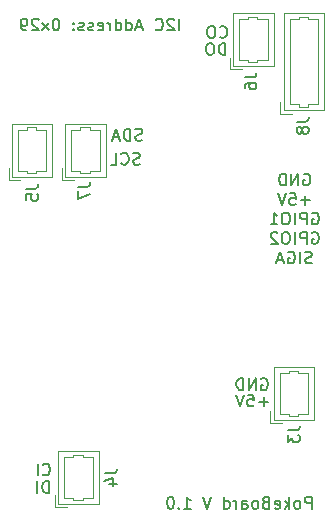
<source format=gbr>
%TF.GenerationSoftware,KiCad,Pcbnew,(5.1.9)-1*%
%TF.CreationDate,2021-05-21T15:12:25+01:00*%
%TF.ProjectId,NosepokeV1.0,4e6f7365-706f-46b6-9556-312e302e6b69,rev?*%
%TF.SameCoordinates,Original*%
%TF.FileFunction,Legend,Bot*%
%TF.FilePolarity,Positive*%
%FSLAX46Y46*%
G04 Gerber Fmt 4.6, Leading zero omitted, Abs format (unit mm)*
G04 Created by KiCad (PCBNEW (5.1.9)-1) date 2021-05-21 15:12:25*
%MOMM*%
%LPD*%
G01*
G04 APERTURE LIST*
%ADD10C,0.150000*%
%ADD11C,0.120000*%
%ADD12C,2.000000*%
%ADD13O,1.300000X0.800000*%
%ADD14C,1.550000*%
%ADD15C,3.200000*%
G04 APERTURE END LIST*
D10*
X14843876Y-2725680D02*
X14843876Y-1725680D01*
X14415304Y-1820919D02*
X14367685Y-1773300D01*
X14272447Y-1725680D01*
X14034352Y-1725680D01*
X13939114Y-1773300D01*
X13891495Y-1820919D01*
X13843876Y-1916157D01*
X13843876Y-2011395D01*
X13891495Y-2154252D01*
X14462923Y-2725680D01*
X13843876Y-2725680D01*
X12843876Y-2630442D02*
X12891495Y-2678061D01*
X13034352Y-2725680D01*
X13129590Y-2725680D01*
X13272447Y-2678061D01*
X13367685Y-2582823D01*
X13415304Y-2487585D01*
X13462923Y-2297109D01*
X13462923Y-2154252D01*
X13415304Y-1963776D01*
X13367685Y-1868538D01*
X13272447Y-1773300D01*
X13129590Y-1725680D01*
X13034352Y-1725680D01*
X12891495Y-1773300D01*
X12843876Y-1820919D01*
X11701019Y-2439966D02*
X11224828Y-2439966D01*
X11796257Y-2725680D02*
X11462923Y-1725680D01*
X11129590Y-2725680D01*
X10367685Y-2725680D02*
X10367685Y-1725680D01*
X10367685Y-2678061D02*
X10462923Y-2725680D01*
X10653400Y-2725680D01*
X10748638Y-2678061D01*
X10796257Y-2630442D01*
X10843876Y-2535204D01*
X10843876Y-2249490D01*
X10796257Y-2154252D01*
X10748638Y-2106633D01*
X10653400Y-2059014D01*
X10462923Y-2059014D01*
X10367685Y-2106633D01*
X9462923Y-2725680D02*
X9462923Y-1725680D01*
X9462923Y-2678061D02*
X9558161Y-2725680D01*
X9748638Y-2725680D01*
X9843876Y-2678061D01*
X9891495Y-2630442D01*
X9939114Y-2535204D01*
X9939114Y-2249490D01*
X9891495Y-2154252D01*
X9843876Y-2106633D01*
X9748638Y-2059014D01*
X9558161Y-2059014D01*
X9462923Y-2106633D01*
X8986733Y-2725680D02*
X8986733Y-2059014D01*
X8986733Y-2249490D02*
X8939114Y-2154252D01*
X8891495Y-2106633D01*
X8796257Y-2059014D01*
X8701019Y-2059014D01*
X7986733Y-2678061D02*
X8081971Y-2725680D01*
X8272447Y-2725680D01*
X8367685Y-2678061D01*
X8415304Y-2582823D01*
X8415304Y-2201871D01*
X8367685Y-2106633D01*
X8272447Y-2059014D01*
X8081971Y-2059014D01*
X7986733Y-2106633D01*
X7939114Y-2201871D01*
X7939114Y-2297109D01*
X8415304Y-2392347D01*
X7558161Y-2678061D02*
X7462923Y-2725680D01*
X7272447Y-2725680D01*
X7177209Y-2678061D01*
X7129590Y-2582823D01*
X7129590Y-2535204D01*
X7177209Y-2439966D01*
X7272447Y-2392347D01*
X7415304Y-2392347D01*
X7510542Y-2344728D01*
X7558161Y-2249490D01*
X7558161Y-2201871D01*
X7510542Y-2106633D01*
X7415304Y-2059014D01*
X7272447Y-2059014D01*
X7177209Y-2106633D01*
X6748638Y-2678061D02*
X6653400Y-2725680D01*
X6462923Y-2725680D01*
X6367685Y-2678061D01*
X6320066Y-2582823D01*
X6320066Y-2535204D01*
X6367685Y-2439966D01*
X6462923Y-2392347D01*
X6605780Y-2392347D01*
X6701019Y-2344728D01*
X6748638Y-2249490D01*
X6748638Y-2201871D01*
X6701019Y-2106633D01*
X6605780Y-2059014D01*
X6462923Y-2059014D01*
X6367685Y-2106633D01*
X5891495Y-2630442D02*
X5843876Y-2678061D01*
X5891495Y-2725680D01*
X5939114Y-2678061D01*
X5891495Y-2630442D01*
X5891495Y-2725680D01*
X5891495Y-2106633D02*
X5843876Y-2154252D01*
X5891495Y-2201871D01*
X5939114Y-2154252D01*
X5891495Y-2106633D01*
X5891495Y-2201871D01*
X4462923Y-1725680D02*
X4367685Y-1725680D01*
X4272447Y-1773300D01*
X4224828Y-1820919D01*
X4177209Y-1916157D01*
X4129590Y-2106633D01*
X4129590Y-2344728D01*
X4177209Y-2535204D01*
X4224828Y-2630442D01*
X4272447Y-2678061D01*
X4367685Y-2725680D01*
X4462923Y-2725680D01*
X4558161Y-2678061D01*
X4605780Y-2630442D01*
X4653400Y-2535204D01*
X4701019Y-2344728D01*
X4701019Y-2106633D01*
X4653400Y-1916157D01*
X4605780Y-1820919D01*
X4558161Y-1773300D01*
X4462923Y-1725680D01*
X3796257Y-2725680D02*
X3272447Y-2059014D01*
X3796257Y-2059014D02*
X3272447Y-2725680D01*
X2939114Y-1820919D02*
X2891495Y-1773300D01*
X2796257Y-1725680D01*
X2558161Y-1725680D01*
X2462923Y-1773300D01*
X2415304Y-1820919D01*
X2367685Y-1916157D01*
X2367685Y-2011395D01*
X2415304Y-2154252D01*
X2986733Y-2725680D01*
X2367685Y-2725680D01*
X1891495Y-2725680D02*
X1701019Y-2725680D01*
X1605780Y-2678061D01*
X1558161Y-2630442D01*
X1462923Y-2487585D01*
X1415304Y-2297109D01*
X1415304Y-1916157D01*
X1462923Y-1820919D01*
X1510542Y-1773300D01*
X1605780Y-1725680D01*
X1796257Y-1725680D01*
X1891495Y-1773300D01*
X1939114Y-1820919D01*
X1986733Y-1916157D01*
X1986733Y-2154252D01*
X1939114Y-2249490D01*
X1891495Y-2297109D01*
X1796257Y-2344728D01*
X1605780Y-2344728D01*
X1510542Y-2297109D01*
X1462923Y-2249490D01*
X1415304Y-2154252D01*
X26059638Y-43213280D02*
X26059638Y-42213280D01*
X25678685Y-42213280D01*
X25583447Y-42260900D01*
X25535828Y-42308519D01*
X25488209Y-42403757D01*
X25488209Y-42546614D01*
X25535828Y-42641852D01*
X25583447Y-42689471D01*
X25678685Y-42737090D01*
X26059638Y-42737090D01*
X24916780Y-43213280D02*
X25012019Y-43165661D01*
X25059638Y-43118042D01*
X25107257Y-43022804D01*
X25107257Y-42737090D01*
X25059638Y-42641852D01*
X25012019Y-42594233D01*
X24916780Y-42546614D01*
X24773923Y-42546614D01*
X24678685Y-42594233D01*
X24631066Y-42641852D01*
X24583447Y-42737090D01*
X24583447Y-43022804D01*
X24631066Y-43118042D01*
X24678685Y-43165661D01*
X24773923Y-43213280D01*
X24916780Y-43213280D01*
X24154876Y-43213280D02*
X24154876Y-42213280D01*
X24059638Y-42832328D02*
X23773923Y-43213280D01*
X23773923Y-42546614D02*
X24154876Y-42927566D01*
X22964400Y-43165661D02*
X23059638Y-43213280D01*
X23250114Y-43213280D01*
X23345352Y-43165661D01*
X23392971Y-43070423D01*
X23392971Y-42689471D01*
X23345352Y-42594233D01*
X23250114Y-42546614D01*
X23059638Y-42546614D01*
X22964400Y-42594233D01*
X22916780Y-42689471D01*
X22916780Y-42784709D01*
X23392971Y-42879947D01*
X22154876Y-42689471D02*
X22012019Y-42737090D01*
X21964400Y-42784709D01*
X21916780Y-42879947D01*
X21916780Y-43022804D01*
X21964400Y-43118042D01*
X22012019Y-43165661D01*
X22107257Y-43213280D01*
X22488209Y-43213280D01*
X22488209Y-42213280D01*
X22154876Y-42213280D01*
X22059638Y-42260900D01*
X22012019Y-42308519D01*
X21964400Y-42403757D01*
X21964400Y-42498995D01*
X22012019Y-42594233D01*
X22059638Y-42641852D01*
X22154876Y-42689471D01*
X22488209Y-42689471D01*
X21345352Y-43213280D02*
X21440590Y-43165661D01*
X21488209Y-43118042D01*
X21535828Y-43022804D01*
X21535828Y-42737090D01*
X21488209Y-42641852D01*
X21440590Y-42594233D01*
X21345352Y-42546614D01*
X21202495Y-42546614D01*
X21107257Y-42594233D01*
X21059638Y-42641852D01*
X21012019Y-42737090D01*
X21012019Y-43022804D01*
X21059638Y-43118042D01*
X21107257Y-43165661D01*
X21202495Y-43213280D01*
X21345352Y-43213280D01*
X20154876Y-43213280D02*
X20154876Y-42689471D01*
X20202495Y-42594233D01*
X20297733Y-42546614D01*
X20488209Y-42546614D01*
X20583447Y-42594233D01*
X20154876Y-43165661D02*
X20250114Y-43213280D01*
X20488209Y-43213280D01*
X20583447Y-43165661D01*
X20631066Y-43070423D01*
X20631066Y-42975185D01*
X20583447Y-42879947D01*
X20488209Y-42832328D01*
X20250114Y-42832328D01*
X20154876Y-42784709D01*
X19678685Y-43213280D02*
X19678685Y-42546614D01*
X19678685Y-42737090D02*
X19631066Y-42641852D01*
X19583447Y-42594233D01*
X19488209Y-42546614D01*
X19392971Y-42546614D01*
X18631066Y-43213280D02*
X18631066Y-42213280D01*
X18631066Y-43165661D02*
X18726304Y-43213280D01*
X18916780Y-43213280D01*
X19012019Y-43165661D01*
X19059638Y-43118042D01*
X19107257Y-43022804D01*
X19107257Y-42737090D01*
X19059638Y-42641852D01*
X19012019Y-42594233D01*
X18916780Y-42546614D01*
X18726304Y-42546614D01*
X18631066Y-42594233D01*
X17535828Y-42213280D02*
X17202495Y-43213280D01*
X16869161Y-42213280D01*
X15250114Y-43213280D02*
X15821542Y-43213280D01*
X15535828Y-43213280D02*
X15535828Y-42213280D01*
X15631066Y-42356138D01*
X15726304Y-42451376D01*
X15821542Y-42498995D01*
X14821542Y-43118042D02*
X14773923Y-43165661D01*
X14821542Y-43213280D01*
X14869161Y-43165661D01*
X14821542Y-43118042D01*
X14821542Y-43213280D01*
X14154876Y-42213280D02*
X14059638Y-42213280D01*
X13964400Y-42260900D01*
X13916780Y-42308519D01*
X13869161Y-42403757D01*
X13821542Y-42594233D01*
X13821542Y-42832328D01*
X13869161Y-43022804D01*
X13916780Y-43118042D01*
X13964400Y-43165661D01*
X14059638Y-43213280D01*
X14154876Y-43213280D01*
X14250114Y-43165661D01*
X14297733Y-43118042D01*
X14345352Y-43022804D01*
X14392971Y-42832328D01*
X14392971Y-42594233D01*
X14345352Y-42403757D01*
X14297733Y-42308519D01*
X14250114Y-42260900D01*
X14154876Y-42213280D01*
X25387204Y-14894400D02*
X25482442Y-14846780D01*
X25625300Y-14846780D01*
X25768157Y-14894400D01*
X25863395Y-14989638D01*
X25911014Y-15084876D01*
X25958633Y-15275352D01*
X25958633Y-15418209D01*
X25911014Y-15608685D01*
X25863395Y-15703923D01*
X25768157Y-15799161D01*
X25625300Y-15846780D01*
X25530061Y-15846780D01*
X25387204Y-15799161D01*
X25339585Y-15751542D01*
X25339585Y-15418209D01*
X25530061Y-15418209D01*
X24911014Y-15846780D02*
X24911014Y-14846780D01*
X24339585Y-15846780D01*
X24339585Y-14846780D01*
X23863395Y-15846780D02*
X23863395Y-14846780D01*
X23625300Y-14846780D01*
X23482442Y-14894400D01*
X23387204Y-14989638D01*
X23339585Y-15084876D01*
X23291966Y-15275352D01*
X23291966Y-15418209D01*
X23339585Y-15608685D01*
X23387204Y-15703923D01*
X23482442Y-15799161D01*
X23625300Y-15846780D01*
X23863395Y-15846780D01*
X25911014Y-17115828D02*
X25149109Y-17115828D01*
X25530061Y-17496780D02*
X25530061Y-16734876D01*
X24196728Y-16496780D02*
X24672919Y-16496780D01*
X24720538Y-16972971D01*
X24672919Y-16925352D01*
X24577680Y-16877733D01*
X24339585Y-16877733D01*
X24244347Y-16925352D01*
X24196728Y-16972971D01*
X24149109Y-17068209D01*
X24149109Y-17306304D01*
X24196728Y-17401542D01*
X24244347Y-17449161D01*
X24339585Y-17496780D01*
X24577680Y-17496780D01*
X24672919Y-17449161D01*
X24720538Y-17401542D01*
X23863395Y-16496780D02*
X23530061Y-17496780D01*
X23196728Y-16496780D01*
X26101490Y-18194400D02*
X26196728Y-18146780D01*
X26339585Y-18146780D01*
X26482442Y-18194400D01*
X26577680Y-18289638D01*
X26625300Y-18384876D01*
X26672919Y-18575352D01*
X26672919Y-18718209D01*
X26625300Y-18908685D01*
X26577680Y-19003923D01*
X26482442Y-19099161D01*
X26339585Y-19146780D01*
X26244347Y-19146780D01*
X26101490Y-19099161D01*
X26053871Y-19051542D01*
X26053871Y-18718209D01*
X26244347Y-18718209D01*
X25625300Y-19146780D02*
X25625300Y-18146780D01*
X25244347Y-18146780D01*
X25149109Y-18194400D01*
X25101490Y-18242019D01*
X25053871Y-18337257D01*
X25053871Y-18480114D01*
X25101490Y-18575352D01*
X25149109Y-18622971D01*
X25244347Y-18670590D01*
X25625300Y-18670590D01*
X24625300Y-19146780D02*
X24625300Y-18146780D01*
X23958633Y-18146780D02*
X23768157Y-18146780D01*
X23672919Y-18194400D01*
X23577680Y-18289638D01*
X23530061Y-18480114D01*
X23530061Y-18813447D01*
X23577680Y-19003923D01*
X23672919Y-19099161D01*
X23768157Y-19146780D01*
X23958633Y-19146780D01*
X24053871Y-19099161D01*
X24149109Y-19003923D01*
X24196728Y-18813447D01*
X24196728Y-18480114D01*
X24149109Y-18289638D01*
X24053871Y-18194400D01*
X23958633Y-18146780D01*
X22577680Y-19146780D02*
X23149109Y-19146780D01*
X22863395Y-19146780D02*
X22863395Y-18146780D01*
X22958633Y-18289638D01*
X23053871Y-18384876D01*
X23149109Y-18432495D01*
X26101490Y-19844400D02*
X26196728Y-19796780D01*
X26339585Y-19796780D01*
X26482442Y-19844400D01*
X26577680Y-19939638D01*
X26625300Y-20034876D01*
X26672919Y-20225352D01*
X26672919Y-20368209D01*
X26625300Y-20558685D01*
X26577680Y-20653923D01*
X26482442Y-20749161D01*
X26339585Y-20796780D01*
X26244347Y-20796780D01*
X26101490Y-20749161D01*
X26053871Y-20701542D01*
X26053871Y-20368209D01*
X26244347Y-20368209D01*
X25625300Y-20796780D02*
X25625300Y-19796780D01*
X25244347Y-19796780D01*
X25149109Y-19844400D01*
X25101490Y-19892019D01*
X25053871Y-19987257D01*
X25053871Y-20130114D01*
X25101490Y-20225352D01*
X25149109Y-20272971D01*
X25244347Y-20320590D01*
X25625300Y-20320590D01*
X24625300Y-20796780D02*
X24625300Y-19796780D01*
X23958633Y-19796780D02*
X23768157Y-19796780D01*
X23672919Y-19844400D01*
X23577680Y-19939638D01*
X23530061Y-20130114D01*
X23530061Y-20463447D01*
X23577680Y-20653923D01*
X23672919Y-20749161D01*
X23768157Y-20796780D01*
X23958633Y-20796780D01*
X24053871Y-20749161D01*
X24149109Y-20653923D01*
X24196728Y-20463447D01*
X24196728Y-20130114D01*
X24149109Y-19939638D01*
X24053871Y-19844400D01*
X23958633Y-19796780D01*
X23149109Y-19892019D02*
X23101490Y-19844400D01*
X23006252Y-19796780D01*
X22768157Y-19796780D01*
X22672919Y-19844400D01*
X22625300Y-19892019D01*
X22577680Y-19987257D01*
X22577680Y-20082495D01*
X22625300Y-20225352D01*
X23196728Y-20796780D01*
X22577680Y-20796780D01*
X26077680Y-22399161D02*
X25934823Y-22446780D01*
X25696728Y-22446780D01*
X25601490Y-22399161D01*
X25553871Y-22351542D01*
X25506252Y-22256304D01*
X25506252Y-22161066D01*
X25553871Y-22065828D01*
X25601490Y-22018209D01*
X25696728Y-21970590D01*
X25887204Y-21922971D01*
X25982442Y-21875352D01*
X26030061Y-21827733D01*
X26077680Y-21732495D01*
X26077680Y-21637257D01*
X26030061Y-21542019D01*
X25982442Y-21494400D01*
X25887204Y-21446780D01*
X25649109Y-21446780D01*
X25506252Y-21494400D01*
X25077680Y-22446780D02*
X25077680Y-21446780D01*
X24077680Y-21494400D02*
X24172919Y-21446780D01*
X24315776Y-21446780D01*
X24458633Y-21494400D01*
X24553871Y-21589638D01*
X24601490Y-21684876D01*
X24649109Y-21875352D01*
X24649109Y-22018209D01*
X24601490Y-22208685D01*
X24553871Y-22303923D01*
X24458633Y-22399161D01*
X24315776Y-22446780D01*
X24220538Y-22446780D01*
X24077680Y-22399161D01*
X24030061Y-22351542D01*
X24030061Y-22018209D01*
X24220538Y-22018209D01*
X23649109Y-22161066D02*
X23172919Y-22161066D01*
X23744347Y-22446780D02*
X23411014Y-21446780D01*
X23077680Y-22446780D01*
X18286385Y-3252742D02*
X18334004Y-3300361D01*
X18476861Y-3347980D01*
X18572100Y-3347980D01*
X18714957Y-3300361D01*
X18810195Y-3205123D01*
X18857814Y-3109885D01*
X18905433Y-2919409D01*
X18905433Y-2776552D01*
X18857814Y-2586076D01*
X18810195Y-2490838D01*
X18714957Y-2395600D01*
X18572100Y-2347980D01*
X18476861Y-2347980D01*
X18334004Y-2395600D01*
X18286385Y-2443219D01*
X17667338Y-2347980D02*
X17476861Y-2347980D01*
X17381623Y-2395600D01*
X17286385Y-2490838D01*
X17238766Y-2681314D01*
X17238766Y-3014647D01*
X17286385Y-3205123D01*
X17381623Y-3300361D01*
X17476861Y-3347980D01*
X17667338Y-3347980D01*
X17762576Y-3300361D01*
X17857814Y-3205123D01*
X17905433Y-3014647D01*
X17905433Y-2681314D01*
X17857814Y-2490838D01*
X17762576Y-2395600D01*
X17667338Y-2347980D01*
X18756214Y-4783080D02*
X18756214Y-3783080D01*
X18518119Y-3783080D01*
X18375261Y-3830700D01*
X18280023Y-3925938D01*
X18232404Y-4021176D01*
X18184785Y-4211652D01*
X18184785Y-4354509D01*
X18232404Y-4544985D01*
X18280023Y-4640223D01*
X18375261Y-4735461D01*
X18518119Y-4783080D01*
X18756214Y-4783080D01*
X17565738Y-3783080D02*
X17375261Y-3783080D01*
X17280023Y-3830700D01*
X17184785Y-3925938D01*
X17137166Y-4116414D01*
X17137166Y-4449747D01*
X17184785Y-4640223D01*
X17280023Y-4735461D01*
X17375261Y-4783080D01*
X17565738Y-4783080D01*
X17660976Y-4735461D01*
X17756214Y-4640223D01*
X17803833Y-4449747D01*
X17803833Y-4116414D01*
X17756214Y-3925938D01*
X17660976Y-3830700D01*
X17565738Y-3783080D01*
X11704485Y-11999861D02*
X11561628Y-12047480D01*
X11323533Y-12047480D01*
X11228295Y-11999861D01*
X11180676Y-11952242D01*
X11133057Y-11857004D01*
X11133057Y-11761766D01*
X11180676Y-11666528D01*
X11228295Y-11618909D01*
X11323533Y-11571290D01*
X11514009Y-11523671D01*
X11609247Y-11476052D01*
X11656866Y-11428433D01*
X11704485Y-11333195D01*
X11704485Y-11237957D01*
X11656866Y-11142719D01*
X11609247Y-11095100D01*
X11514009Y-11047480D01*
X11275914Y-11047480D01*
X11133057Y-11095100D01*
X10704485Y-12047480D02*
X10704485Y-11047480D01*
X10466390Y-11047480D01*
X10323533Y-11095100D01*
X10228295Y-11190338D01*
X10180676Y-11285576D01*
X10133057Y-11476052D01*
X10133057Y-11618909D01*
X10180676Y-11809385D01*
X10228295Y-11904623D01*
X10323533Y-11999861D01*
X10466390Y-12047480D01*
X10704485Y-12047480D01*
X9752104Y-11761766D02*
X9275914Y-11761766D01*
X9847342Y-12047480D02*
X9514009Y-11047480D01*
X9180676Y-12047480D01*
X11515576Y-14031861D02*
X11372719Y-14079480D01*
X11134623Y-14079480D01*
X11039385Y-14031861D01*
X10991766Y-13984242D01*
X10944147Y-13889004D01*
X10944147Y-13793766D01*
X10991766Y-13698528D01*
X11039385Y-13650909D01*
X11134623Y-13603290D01*
X11325100Y-13555671D01*
X11420338Y-13508052D01*
X11467957Y-13460433D01*
X11515576Y-13365195D01*
X11515576Y-13269957D01*
X11467957Y-13174719D01*
X11420338Y-13127100D01*
X11325100Y-13079480D01*
X11087004Y-13079480D01*
X10944147Y-13127100D01*
X9944147Y-13984242D02*
X9991766Y-14031861D01*
X10134623Y-14079480D01*
X10229861Y-14079480D01*
X10372719Y-14031861D01*
X10467957Y-13936623D01*
X10515576Y-13841385D01*
X10563195Y-13650909D01*
X10563195Y-13508052D01*
X10515576Y-13317576D01*
X10467957Y-13222338D01*
X10372719Y-13127100D01*
X10229861Y-13079480D01*
X10134623Y-13079480D01*
X9991766Y-13127100D01*
X9944147Y-13174719D01*
X9039385Y-14079480D02*
X9515576Y-14079480D01*
X9515576Y-13079480D01*
X22367714Y-34170928D02*
X21605809Y-34170928D01*
X21986761Y-34551880D02*
X21986761Y-33789976D01*
X20653428Y-33551880D02*
X21129619Y-33551880D01*
X21177238Y-34028071D01*
X21129619Y-33980452D01*
X21034380Y-33932833D01*
X20796285Y-33932833D01*
X20701047Y-33980452D01*
X20653428Y-34028071D01*
X20605809Y-34123309D01*
X20605809Y-34361404D01*
X20653428Y-34456642D01*
X20701047Y-34504261D01*
X20796285Y-34551880D01*
X21034380Y-34551880D01*
X21129619Y-34504261D01*
X21177238Y-34456642D01*
X20320095Y-33551880D02*
X19986761Y-34551880D01*
X19653428Y-33551880D01*
X21793104Y-32227900D02*
X21888342Y-32180280D01*
X22031200Y-32180280D01*
X22174057Y-32227900D01*
X22269295Y-32323138D01*
X22316914Y-32418376D01*
X22364533Y-32608852D01*
X22364533Y-32751709D01*
X22316914Y-32942185D01*
X22269295Y-33037423D01*
X22174057Y-33132661D01*
X22031200Y-33180280D01*
X21935961Y-33180280D01*
X21793104Y-33132661D01*
X21745485Y-33085042D01*
X21745485Y-32751709D01*
X21935961Y-32751709D01*
X21316914Y-33180280D02*
X21316914Y-32180280D01*
X20745485Y-33180280D01*
X20745485Y-32180280D01*
X20269295Y-33180280D02*
X20269295Y-32180280D01*
X20031200Y-32180280D01*
X19888342Y-32227900D01*
X19793104Y-32323138D01*
X19745485Y-32418376D01*
X19697866Y-32608852D01*
X19697866Y-32751709D01*
X19745485Y-32942185D01*
X19793104Y-33037423D01*
X19888342Y-33132661D01*
X20031200Y-33180280D01*
X20269295Y-33180280D01*
X3802000Y-41867080D02*
X3802000Y-40867080D01*
X3563904Y-40867080D01*
X3421047Y-40914700D01*
X3325809Y-41009938D01*
X3278190Y-41105176D01*
X3230571Y-41295652D01*
X3230571Y-41438509D01*
X3278190Y-41628985D01*
X3325809Y-41724223D01*
X3421047Y-41819461D01*
X3563904Y-41867080D01*
X3802000Y-41867080D01*
X2802000Y-41867080D02*
X2802000Y-40867080D01*
X3281371Y-40298642D02*
X3328990Y-40346261D01*
X3471847Y-40393880D01*
X3567085Y-40393880D01*
X3709942Y-40346261D01*
X3805180Y-40251023D01*
X3852800Y-40155785D01*
X3900419Y-39965309D01*
X3900419Y-39822452D01*
X3852800Y-39631976D01*
X3805180Y-39536738D01*
X3709942Y-39441500D01*
X3567085Y-39393880D01*
X3471847Y-39393880D01*
X3328990Y-39441500D01*
X3281371Y-39489119D01*
X2852800Y-40393880D02*
X2852800Y-39393880D01*
D11*
%TO.C,J8*%
X23405500Y-9774000D02*
X23405500Y-8774000D01*
X23405500Y-9774000D02*
X24405500Y-9774000D01*
X26605500Y-1774000D02*
X26605500Y-5374000D01*
X25755500Y-1774000D02*
X26605500Y-1774000D01*
X25755500Y-1574000D02*
X25755500Y-1774000D01*
X24955500Y-1574000D02*
X25755500Y-1574000D01*
X24955500Y-1774000D02*
X24955500Y-1574000D01*
X24205500Y-1774000D02*
X24955500Y-1774000D01*
X24205500Y-5374000D02*
X24205500Y-1774000D01*
X26605500Y-8974000D02*
X26605500Y-5374000D01*
X25755500Y-8974000D02*
X26605500Y-8974000D01*
X25755500Y-9174000D02*
X25755500Y-8974000D01*
X24955500Y-9174000D02*
X25755500Y-9174000D01*
X24955500Y-8974000D02*
X24955500Y-9174000D01*
X24205500Y-8974000D02*
X24955500Y-8974000D01*
X24205500Y-5374000D02*
X24205500Y-8974000D01*
X27115500Y-1264000D02*
X27115500Y-9484000D01*
X23695500Y-1264000D02*
X27115500Y-1264000D01*
X23695500Y-9484000D02*
X23695500Y-1264000D01*
X27115500Y-9484000D02*
X23695500Y-9484000D01*
%TO.C,J7*%
X8637000Y-15097720D02*
X5217000Y-15097720D01*
X5217000Y-15097720D02*
X5217000Y-10627720D01*
X5217000Y-10627720D02*
X8637000Y-10627720D01*
X8637000Y-10627720D02*
X8637000Y-15097720D01*
X5727000Y-12862720D02*
X5727000Y-14587720D01*
X5727000Y-14587720D02*
X6477000Y-14587720D01*
X6477000Y-14587720D02*
X6477000Y-14787720D01*
X6477000Y-14787720D02*
X7277000Y-14787720D01*
X7277000Y-14787720D02*
X7277000Y-14587720D01*
X7277000Y-14587720D02*
X8127000Y-14587720D01*
X8127000Y-14587720D02*
X8127000Y-12862720D01*
X5727000Y-12862720D02*
X5727000Y-11137720D01*
X5727000Y-11137720D02*
X6477000Y-11137720D01*
X6477000Y-11137720D02*
X6477000Y-10937720D01*
X6477000Y-10937720D02*
X7277000Y-10937720D01*
X7277000Y-10937720D02*
X7277000Y-11137720D01*
X7277000Y-11137720D02*
X8127000Y-11137720D01*
X8127000Y-11137720D02*
X8127000Y-12862720D01*
X4927000Y-15387720D02*
X5927000Y-15387720D01*
X4927000Y-15387720D02*
X4927000Y-14387720D01*
%TO.C,J6*%
X19125600Y-6027500D02*
X19125600Y-5027500D01*
X19125600Y-6027500D02*
X20125600Y-6027500D01*
X22325600Y-1777500D02*
X22325600Y-3502500D01*
X21475600Y-1777500D02*
X22325600Y-1777500D01*
X21475600Y-1577500D02*
X21475600Y-1777500D01*
X20675600Y-1577500D02*
X21475600Y-1577500D01*
X20675600Y-1777500D02*
X20675600Y-1577500D01*
X19925600Y-1777500D02*
X20675600Y-1777500D01*
X19925600Y-3502500D02*
X19925600Y-1777500D01*
X22325600Y-5227500D02*
X22325600Y-3502500D01*
X21475600Y-5227500D02*
X22325600Y-5227500D01*
X21475600Y-5427500D02*
X21475600Y-5227500D01*
X20675600Y-5427500D02*
X21475600Y-5427500D01*
X20675600Y-5227500D02*
X20675600Y-5427500D01*
X19925600Y-5227500D02*
X20675600Y-5227500D01*
X19925600Y-3502500D02*
X19925600Y-5227500D01*
X22835600Y-1267500D02*
X22835600Y-5737500D01*
X19415600Y-1267500D02*
X22835600Y-1267500D01*
X19415600Y-5737500D02*
X19415600Y-1267500D01*
X22835600Y-5737500D02*
X19415600Y-5737500D01*
%TO.C,J5*%
X4115800Y-15097720D02*
X695800Y-15097720D01*
X695800Y-15097720D02*
X695800Y-10627720D01*
X695800Y-10627720D02*
X4115800Y-10627720D01*
X4115800Y-10627720D02*
X4115800Y-15097720D01*
X1205800Y-12862720D02*
X1205800Y-14587720D01*
X1205800Y-14587720D02*
X1955800Y-14587720D01*
X1955800Y-14587720D02*
X1955800Y-14787720D01*
X1955800Y-14787720D02*
X2755800Y-14787720D01*
X2755800Y-14787720D02*
X2755800Y-14587720D01*
X2755800Y-14587720D02*
X3605800Y-14587720D01*
X3605800Y-14587720D02*
X3605800Y-12862720D01*
X1205800Y-12862720D02*
X1205800Y-11137720D01*
X1205800Y-11137720D02*
X1955800Y-11137720D01*
X1955800Y-11137720D02*
X1955800Y-10937720D01*
X1955800Y-10937720D02*
X2755800Y-10937720D01*
X2755800Y-10937720D02*
X2755800Y-11137720D01*
X2755800Y-11137720D02*
X3605800Y-11137720D01*
X3605800Y-11137720D02*
X3605800Y-12862720D01*
X405800Y-15387720D02*
X1405800Y-15387720D01*
X405800Y-15387720D02*
X405800Y-14387720D01*
%TO.C,J4*%
X4319940Y-43091500D02*
X4319940Y-42091500D01*
X4319940Y-43091500D02*
X5319940Y-43091500D01*
X7519940Y-38841500D02*
X7519940Y-40566500D01*
X6669940Y-38841500D02*
X7519940Y-38841500D01*
X6669940Y-38641500D02*
X6669940Y-38841500D01*
X5869940Y-38641500D02*
X6669940Y-38641500D01*
X5869940Y-38841500D02*
X5869940Y-38641500D01*
X5119940Y-38841500D02*
X5869940Y-38841500D01*
X5119940Y-40566500D02*
X5119940Y-38841500D01*
X7519940Y-42291500D02*
X7519940Y-40566500D01*
X6669940Y-42291500D02*
X7519940Y-42291500D01*
X6669940Y-42491500D02*
X6669940Y-42291500D01*
X5869940Y-42491500D02*
X6669940Y-42491500D01*
X5869940Y-42291500D02*
X5869940Y-42491500D01*
X5119940Y-42291500D02*
X5869940Y-42291500D01*
X5119940Y-40566500D02*
X5119940Y-42291500D01*
X8029940Y-38331500D02*
X8029940Y-42801500D01*
X4609940Y-38331500D02*
X8029940Y-38331500D01*
X4609940Y-42801500D02*
X4609940Y-38331500D01*
X8029940Y-42801500D02*
X4609940Y-42801500D01*
%TO.C,J3*%
X22569840Y-35974100D02*
X22569840Y-34974100D01*
X22569840Y-35974100D02*
X23569840Y-35974100D01*
X25769840Y-31724100D02*
X25769840Y-33449100D01*
X24919840Y-31724100D02*
X25769840Y-31724100D01*
X24919840Y-31524100D02*
X24919840Y-31724100D01*
X24119840Y-31524100D02*
X24919840Y-31524100D01*
X24119840Y-31724100D02*
X24119840Y-31524100D01*
X23369840Y-31724100D02*
X24119840Y-31724100D01*
X23369840Y-33449100D02*
X23369840Y-31724100D01*
X25769840Y-35174100D02*
X25769840Y-33449100D01*
X24919840Y-35174100D02*
X25769840Y-35174100D01*
X24919840Y-35374100D02*
X24919840Y-35174100D01*
X24119840Y-35374100D02*
X24919840Y-35374100D01*
X24119840Y-35174100D02*
X24119840Y-35374100D01*
X23369840Y-35174100D02*
X24119840Y-35174100D01*
X23369840Y-33449100D02*
X23369840Y-35174100D01*
X26279840Y-31214100D02*
X26279840Y-35684100D01*
X22859840Y-31214100D02*
X26279840Y-31214100D01*
X22859840Y-35684100D02*
X22859840Y-31214100D01*
X26279840Y-35684100D02*
X22859840Y-35684100D01*
%TO.C,J8*%
D10*
X24814280Y-10448966D02*
X25528566Y-10448966D01*
X25671423Y-10401347D01*
X25766661Y-10306109D01*
X25814280Y-10163252D01*
X25814280Y-10068014D01*
X25242852Y-11068014D02*
X25195233Y-10972776D01*
X25147614Y-10925157D01*
X25052376Y-10877538D01*
X25004757Y-10877538D01*
X24909519Y-10925157D01*
X24861900Y-10972776D01*
X24814280Y-11068014D01*
X24814280Y-11258490D01*
X24861900Y-11353728D01*
X24909519Y-11401347D01*
X25004757Y-11448966D01*
X25052376Y-11448966D01*
X25147614Y-11401347D01*
X25195233Y-11353728D01*
X25242852Y-11258490D01*
X25242852Y-11068014D01*
X25290471Y-10972776D01*
X25338090Y-10925157D01*
X25433328Y-10877538D01*
X25623804Y-10877538D01*
X25719042Y-10925157D01*
X25766661Y-10972776D01*
X25814280Y-11068014D01*
X25814280Y-11258490D01*
X25766661Y-11353728D01*
X25719042Y-11401347D01*
X25623804Y-11448966D01*
X25433328Y-11448966D01*
X25338090Y-11401347D01*
X25290471Y-11353728D01*
X25242852Y-11258490D01*
%TO.C,J7*%
X6310380Y-15948066D02*
X7024666Y-15948066D01*
X7167523Y-15900447D01*
X7262761Y-15805209D01*
X7310380Y-15662352D01*
X7310380Y-15567114D01*
X6310380Y-16329019D02*
X6310380Y-16995685D01*
X7310380Y-16567114D01*
%TO.C,J6*%
X20381980Y-6702466D02*
X21096266Y-6702466D01*
X21239123Y-6654847D01*
X21334361Y-6559609D01*
X21381980Y-6416752D01*
X21381980Y-6321514D01*
X20381980Y-7607228D02*
X20381980Y-7416752D01*
X20429600Y-7321514D01*
X20477219Y-7273895D01*
X20620076Y-7178657D01*
X20810552Y-7131038D01*
X21191504Y-7131038D01*
X21286742Y-7178657D01*
X21334361Y-7226276D01*
X21381980Y-7321514D01*
X21381980Y-7511990D01*
X21334361Y-7607228D01*
X21286742Y-7654847D01*
X21191504Y-7702466D01*
X20953409Y-7702466D01*
X20858171Y-7654847D01*
X20810552Y-7607228D01*
X20762933Y-7511990D01*
X20762933Y-7321514D01*
X20810552Y-7226276D01*
X20858171Y-7178657D01*
X20953409Y-7131038D01*
%TO.C,J5*%
X1903480Y-16125866D02*
X2617766Y-16125866D01*
X2760623Y-16078247D01*
X2855861Y-15983009D01*
X2903480Y-15840152D01*
X2903480Y-15744914D01*
X1903480Y-17078247D02*
X1903480Y-16602057D01*
X2379671Y-16554438D01*
X2332052Y-16602057D01*
X2284433Y-16697295D01*
X2284433Y-16935390D01*
X2332052Y-17030628D01*
X2379671Y-17078247D01*
X2474909Y-17125866D01*
X2713004Y-17125866D01*
X2808242Y-17078247D01*
X2855861Y-17030628D01*
X2903480Y-16935390D01*
X2903480Y-16697295D01*
X2855861Y-16602057D01*
X2808242Y-16554438D01*
%TO.C,J4*%
X8545580Y-40217766D02*
X9259866Y-40217766D01*
X9402723Y-40170147D01*
X9497961Y-40074909D01*
X9545580Y-39932052D01*
X9545580Y-39836814D01*
X8878914Y-41122528D02*
X9545580Y-41122528D01*
X8497961Y-40884433D02*
X9212247Y-40646338D01*
X9212247Y-41265385D01*
%TO.C,J3*%
X24039580Y-36585566D02*
X24753866Y-36585566D01*
X24896723Y-36537947D01*
X24991961Y-36442709D01*
X25039580Y-36299852D01*
X25039580Y-36204614D01*
X24039580Y-36966519D02*
X24039580Y-37585566D01*
X24420533Y-37252233D01*
X24420533Y-37395090D01*
X24468152Y-37490328D01*
X24515771Y-37537947D01*
X24611009Y-37585566D01*
X24849104Y-37585566D01*
X24944342Y-37537947D01*
X24991961Y-37490328D01*
X25039580Y-37395090D01*
X25039580Y-37109376D01*
X24991961Y-37014138D01*
X24944342Y-36966519D01*
%TD*%
%LPC*%
D12*
%TO.C,REF\u002A\u002A*%
X14000000Y-27500000D03*
%TD*%
%TO.C,REF\u002A\u002A*%
X14000000Y-17500000D03*
%TD*%
D13*
%TO.C,J8*%
X24955500Y-2874000D03*
X24955500Y-4124000D03*
X24955500Y-5374000D03*
X24955500Y-6624000D03*
G36*
G01*
X25405500Y-8274000D02*
X24505500Y-8274000D01*
G75*
G02*
X24305500Y-8074000I0J200000D01*
G01*
X24305500Y-7674000D01*
G75*
G02*
X24505500Y-7474000I200000J0D01*
G01*
X25405500Y-7474000D01*
G75*
G02*
X25605500Y-7674000I0J-200000D01*
G01*
X25605500Y-8074000D01*
G75*
G02*
X25405500Y-8274000I-200000J0D01*
G01*
G37*
%TD*%
D14*
%TO.C,J2*%
X17627600Y-21234400D03*
X17627600Y-23774400D03*
%TD*%
D15*
%TO.C,Mount1*%
X14000000Y-6250000D03*
%TD*%
%TO.C,Mount2*%
X14000000Y-38750000D03*
%TD*%
%TO.C,J7*%
G36*
G01*
X6927000Y-13887720D02*
X6027000Y-13887720D01*
G75*
G02*
X5827000Y-13687720I0J200000D01*
G01*
X5827000Y-13287720D01*
G75*
G02*
X6027000Y-13087720I200000J0D01*
G01*
X6927000Y-13087720D01*
G75*
G02*
X7127000Y-13287720I0J-200000D01*
G01*
X7127000Y-13687720D01*
G75*
G02*
X6927000Y-13887720I-200000J0D01*
G01*
G37*
D13*
X6477000Y-12237720D03*
%TD*%
%TO.C,J6*%
X20675600Y-2877500D03*
G36*
G01*
X21125600Y-4527500D02*
X20225600Y-4527500D01*
G75*
G02*
X20025600Y-4327500I0J200000D01*
G01*
X20025600Y-3927500D01*
G75*
G02*
X20225600Y-3727500I200000J0D01*
G01*
X21125600Y-3727500D01*
G75*
G02*
X21325600Y-3927500I0J-200000D01*
G01*
X21325600Y-4327500D01*
G75*
G02*
X21125600Y-4527500I-200000J0D01*
G01*
G37*
%TD*%
%TO.C,J5*%
G36*
G01*
X2405800Y-13887720D02*
X1505800Y-13887720D01*
G75*
G02*
X1305800Y-13687720I0J200000D01*
G01*
X1305800Y-13287720D01*
G75*
G02*
X1505800Y-13087720I200000J0D01*
G01*
X2405800Y-13087720D01*
G75*
G02*
X2605800Y-13287720I0J-200000D01*
G01*
X2605800Y-13687720D01*
G75*
G02*
X2405800Y-13887720I-200000J0D01*
G01*
G37*
X1955800Y-12237720D03*
%TD*%
%TO.C,J4*%
X5869940Y-39941500D03*
G36*
G01*
X6319940Y-41591500D02*
X5419940Y-41591500D01*
G75*
G02*
X5219940Y-41391500I0J200000D01*
G01*
X5219940Y-40991500D01*
G75*
G02*
X5419940Y-40791500I200000J0D01*
G01*
X6319940Y-40791500D01*
G75*
G02*
X6519940Y-40991500I0J-200000D01*
G01*
X6519940Y-41391500D01*
G75*
G02*
X6319940Y-41591500I-200000J0D01*
G01*
G37*
%TD*%
%TO.C,J3*%
X24119840Y-32824100D03*
G36*
G01*
X24569840Y-34474100D02*
X23669840Y-34474100D01*
G75*
G02*
X23469840Y-34274100I0J200000D01*
G01*
X23469840Y-33874100D01*
G75*
G02*
X23669840Y-33674100I200000J0D01*
G01*
X24569840Y-33674100D01*
G75*
G02*
X24769840Y-33874100I0J-200000D01*
G01*
X24769840Y-34274100D01*
G75*
G02*
X24569840Y-34474100I-200000J0D01*
G01*
G37*
%TD*%
D14*
%TO.C,J1*%
X10337800Y-21234400D03*
X10337800Y-23774400D03*
%TD*%
M02*

</source>
